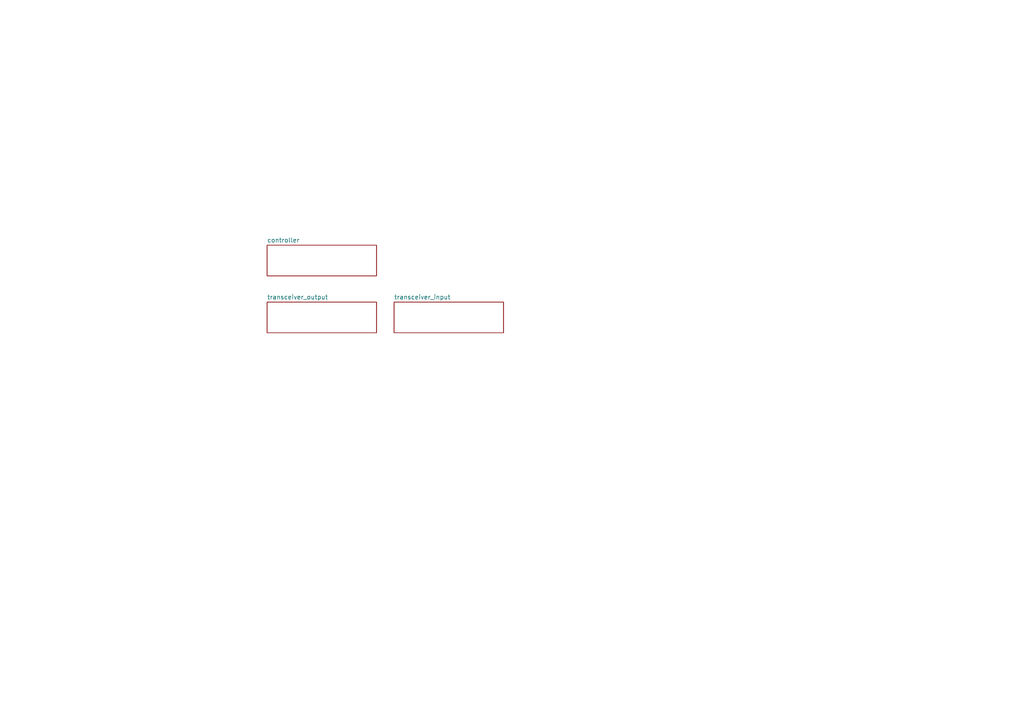
<source format=kicad_sch>
(kicad_sch
	(version 20231120)
	(generator "eeschema")
	(generator_version "8.0")
	(uuid "a4ba1476-565f-4ee3-b0bb-c20cd60fbb7a")
	(paper "A4")
	(lib_symbols)
	(sheet
		(at 77.47 71.12)
		(size 31.75 8.89)
		(fields_autoplaced yes)
		(stroke
			(width 0.1524)
			(type solid)
		)
		(fill
			(color 0 0 0 0.0000)
		)
		(uuid "9635219d-7559-4c87-a3e5-e5896d7438af")
		(property "Sheetname" "controller"
			(at 77.47 70.4084 0)
			(effects
				(font
					(size 1.27 1.27)
				)
				(justify left bottom)
			)
		)
		(property "Sheetfile" "controller.kicad_sch"
			(at 77.47 80.5946 0)
			(effects
				(font
					(size 1.27 1.27)
				)
				(justify left top)
				(hide yes)
			)
		)
		(instances
			(project "pcb_v0"
				(path "/a4ba1476-565f-4ee3-b0bb-c20cd60fbb7a"
					(page "2")
				)
			)
		)
	)
	(sheet
		(at 77.47 87.63)
		(size 31.75 8.89)
		(fields_autoplaced yes)
		(stroke
			(width 0.1524)
			(type solid)
		)
		(fill
			(color 0 0 0 0.0000)
		)
		(uuid "eb101bc7-4324-4c12-9718-71e0561db175")
		(property "Sheetname" "transceiver_output"
			(at 77.47 86.9184 0)
			(effects
				(font
					(size 1.27 1.27)
				)
				(justify left bottom)
			)
		)
		(property "Sheetfile" "transceiver_output.kicad_sch"
			(at 77.47 97.1046 0)
			(effects
				(font
					(size 1.27 1.27)
				)
				(justify left top)
				(hide yes)
			)
		)
		(instances
			(project "pcb_v0"
				(path "/a4ba1476-565f-4ee3-b0bb-c20cd60fbb7a"
					(page "3")
				)
			)
		)
	)
	(sheet
		(at 114.3 87.63)
		(size 31.75 8.89)
		(fields_autoplaced yes)
		(stroke
			(width 0.1524)
			(type solid)
		)
		(fill
			(color 0 0 0 0.0000)
		)
		(uuid "edb8a1e0-3dab-4dee-8a74-bfb1d844df9f")
		(property "Sheetname" "transceiver_input"
			(at 114.3 86.9184 0)
			(effects
				(font
					(size 1.27 1.27)
				)
				(justify left bottom)
			)
		)
		(property "Sheetfile" "transceiver_input.kicad_sch"
			(at 114.3 97.1046 0)
			(effects
				(font
					(size 1.27 1.27)
				)
				(justify left top)
				(hide yes)
			)
		)
		(instances
			(project "pcb_v0"
				(path "/a4ba1476-565f-4ee3-b0bb-c20cd60fbb7a"
					(page "4")
				)
			)
		)
	)
	(sheet_instances
		(path "/"
			(page "1")
		)
	)
)

</source>
